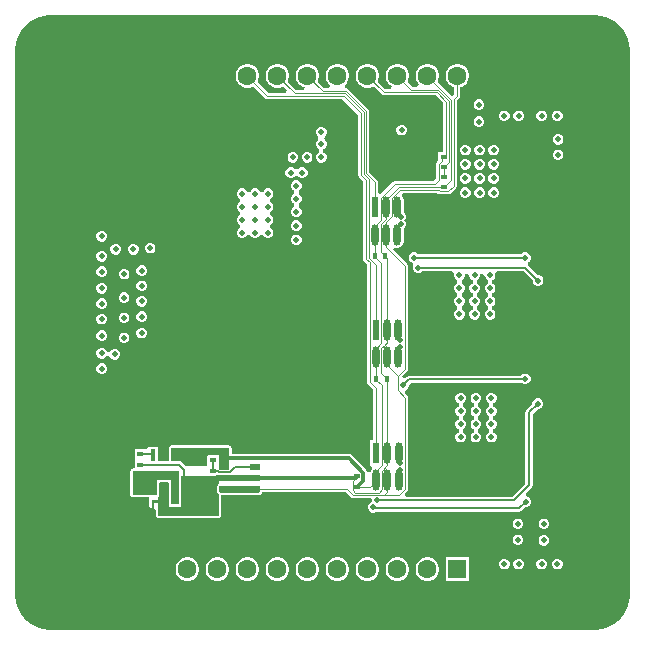
<source format=gbl>
G04*
G04 #@! TF.GenerationSoftware,Altium Limited,Altium Designer,23.8.1 (32)*
G04*
G04 Layer_Physical_Order=4*
G04 Layer_Color=16711680*
%FSLAX44Y44*%
%MOMM*%
G71*
G04*
G04 #@! TF.SameCoordinates,92C49762-E6E1-4201-94AC-3A3CAB1C571E*
G04*
G04*
G04 #@! TF.FilePolarity,Positive*
G04*
G01*
G75*
%ADD10C,0.2000*%
%ADD13C,0.5000*%
%ADD14C,0.2500*%
%ADD25R,0.5000X0.4000*%
%ADD39R,0.4000X0.5000*%
%ADD44C,1.6000*%
%ADD45R,1.6000X1.6000*%
%ADD46C,3.2000*%
%ADD49C,0.1000*%
%ADD50C,0.3000*%
%ADD53C,0.5000*%
%ADD54C,0.3000*%
%ADD59R,0.4500X1.0000*%
%ADD60R,1.3000X1.1000*%
G04:AMPARAMS|DCode=61|XSize=0.55mm|YSize=0.8mm|CornerRadius=0.0495mm|HoleSize=0mm|Usage=FLASHONLY|Rotation=90.000|XOffset=0mm|YOffset=0mm|HoleType=Round|Shape=RoundedRectangle|*
%AMROUNDEDRECTD61*
21,1,0.5500,0.7010,0,0,90.0*
21,1,0.4510,0.8000,0,0,90.0*
1,1,0.0990,0.3505,0.2255*
1,1,0.0990,0.3505,-0.2255*
1,1,0.0990,-0.3505,-0.2255*
1,1,0.0990,-0.3505,0.2255*
%
%ADD61ROUNDEDRECTD61*%
%ADD62R,0.2540X0.2540*%
G04:AMPARAMS|DCode=63|XSize=1.8052mm|YSize=0.6098mm|CornerRadius=0.3049mm|HoleSize=0mm|Usage=FLASHONLY|Rotation=270.000|XOffset=0mm|YOffset=0mm|HoleType=Round|Shape=RoundedRectangle|*
%AMROUNDEDRECTD63*
21,1,1.8052,0.0000,0,0,270.0*
21,1,1.1954,0.6098,0,0,270.0*
1,1,0.6098,0.0000,-0.5977*
1,1,0.6098,0.0000,0.5977*
1,1,0.6098,0.0000,0.5977*
1,1,0.6098,0.0000,-0.5977*
%
%ADD63ROUNDEDRECTD63*%
%ADD64R,0.6098X1.8052*%
%ADD65R,0.2286X0.3048*%
G36*
X516865Y539487D02*
X520664Y538469D01*
X524297Y536964D01*
X527703Y534998D01*
X530823Y532604D01*
X533604Y529823D01*
X535998Y526703D01*
X537964Y523297D01*
X539469Y519664D01*
X540487Y515865D01*
X541000Y511966D01*
Y510000D01*
Y50000D01*
Y48034D01*
X540487Y44135D01*
X539469Y40336D01*
X537964Y36703D01*
X535998Y33297D01*
X533604Y30177D01*
X530823Y27396D01*
X527703Y25002D01*
X524297Y23036D01*
X520664Y21531D01*
X516865Y20513D01*
X512966Y20000D01*
X49034D01*
X45135Y20513D01*
X41336Y21531D01*
X37703Y23036D01*
X34297Y25002D01*
X31177Y27396D01*
X28396Y30177D01*
X26002Y33297D01*
X24036Y36703D01*
X22531Y40336D01*
X21513Y44135D01*
X21000Y48034D01*
Y50000D01*
Y510000D01*
Y511966D01*
X21513Y515865D01*
X22531Y519664D01*
X24036Y523297D01*
X26002Y526703D01*
X28396Y529823D01*
X31177Y532604D01*
X34297Y534998D01*
X37703Y536964D01*
X41336Y538469D01*
X45135Y539487D01*
X49034Y540000D01*
X512966D01*
X516865Y539487D01*
D02*
G37*
%LPC*%
G36*
X345816Y498800D02*
X343184D01*
X340640Y498119D01*
X338360Y496802D01*
X336498Y494940D01*
X335182Y492660D01*
X334500Y490117D01*
Y487483D01*
X335182Y484940D01*
X336498Y482660D01*
X338360Y480798D01*
X339588Y480089D01*
X338908Y477549D01*
X333956D01*
X327740Y483765D01*
X328419Y484940D01*
X329100Y487483D01*
Y490117D01*
X328419Y492660D01*
X327102Y494940D01*
X325240Y496802D01*
X322960Y498119D01*
X320416Y498800D01*
X317784D01*
X315240Y498119D01*
X312960Y496802D01*
X311098Y494940D01*
X309781Y492660D01*
X309100Y490117D01*
Y487483D01*
X309781Y484940D01*
X311098Y482660D01*
X312960Y480798D01*
X315240Y479482D01*
X317784Y478800D01*
X320416D01*
X322960Y479482D01*
X324135Y480160D01*
X331098Y473198D01*
X331925Y472645D01*
X332900Y472451D01*
X376987D01*
X383451Y465987D01*
Y424000D01*
X379000D01*
Y417226D01*
X377698Y415924D01*
X377145Y415097D01*
X376951Y414121D01*
Y401556D01*
X374944Y399549D01*
X342090D01*
X341114Y399355D01*
X340287Y398802D01*
X330589Y389104D01*
X328049Y389922D01*
Y399157D01*
X327855Y400132D01*
X327302Y400959D01*
X320549Y407713D01*
Y459000D01*
X320355Y459976D01*
X319802Y460802D01*
X302802Y477802D01*
X301975Y478355D01*
X301018Y478545D01*
X300945Y478656D01*
X300333Y479842D01*
X300131Y481089D01*
X301702Y482660D01*
X303018Y484940D01*
X303700Y487483D01*
Y490117D01*
X303018Y492660D01*
X301702Y494940D01*
X299840Y496802D01*
X297560Y498119D01*
X295016Y498800D01*
X292383D01*
X289840Y498119D01*
X287560Y496802D01*
X285698Y494940D01*
X284382Y492660D01*
X283700Y490117D01*
Y487483D01*
X284382Y484940D01*
X285698Y482660D01*
X287269Y481089D01*
X287072Y479871D01*
X286375Y478549D01*
X282156D01*
X276940Y483765D01*
X277619Y484940D01*
X278300Y487483D01*
Y490117D01*
X277619Y492660D01*
X276302Y494940D01*
X274440Y496802D01*
X272160Y498119D01*
X269617Y498800D01*
X266984D01*
X264440Y498119D01*
X262160Y496802D01*
X260298Y494940D01*
X258981Y492660D01*
X258300Y490117D01*
Y487483D01*
X258981Y484940D01*
X260298Y482660D01*
X262160Y480798D01*
X264440Y479482D01*
X265905Y479089D01*
X265571Y476549D01*
X258756D01*
X251540Y483765D01*
X252218Y484940D01*
X252900Y487483D01*
Y490117D01*
X252218Y492660D01*
X250902Y494940D01*
X249040Y496802D01*
X246760Y498119D01*
X244216Y498800D01*
X241583D01*
X239040Y498119D01*
X236760Y496802D01*
X234898Y494940D01*
X233582Y492660D01*
X232900Y490117D01*
Y487483D01*
X233582Y484940D01*
X234898Y482660D01*
X236760Y480798D01*
X239040Y479482D01*
X241583Y478800D01*
X244216D01*
X246760Y479482D01*
X247935Y480160D01*
X251200Y476896D01*
X250228Y474549D01*
X235356D01*
X226140Y483765D01*
X226819Y484940D01*
X227500Y487483D01*
Y490117D01*
X226819Y492660D01*
X225502Y494940D01*
X223640Y496802D01*
X221360Y498119D01*
X218817Y498800D01*
X216183D01*
X213640Y498119D01*
X211360Y496802D01*
X209498Y494940D01*
X208181Y492660D01*
X207500Y490117D01*
Y487483D01*
X208181Y484940D01*
X209498Y482660D01*
X211360Y480798D01*
X213640Y479482D01*
X216183Y478800D01*
X218817D01*
X221360Y479482D01*
X222535Y480160D01*
X232498Y470198D01*
X233325Y469645D01*
X234300Y469451D01*
X297944D01*
X311451Y455944D01*
Y405000D01*
X311645Y404025D01*
X312198Y403198D01*
X315451Y399944D01*
Y334000D01*
X315645Y333025D01*
X316198Y332198D01*
X318451Y329944D01*
Y230000D01*
X318645Y229025D01*
X319198Y228198D01*
X323951Y223444D01*
Y180631D01*
X321451D01*
Y158579D01*
X321829D01*
X322542Y156941D01*
X322744Y156039D01*
X321744Y154542D01*
X321551Y153574D01*
X318962D01*
X318797Y154401D01*
X318023Y155559D01*
X305759Y167823D01*
X304601Y168597D01*
X303235Y168869D01*
X204039D01*
Y174000D01*
X203884Y174780D01*
X203442Y175442D01*
X202780Y175884D01*
X202000Y176039D01*
X153000D01*
X152220Y175884D01*
X151558Y175442D01*
X151116Y174780D01*
X150961Y174000D01*
Y162719D01*
X141580D01*
Y175030D01*
X133080D01*
Y173792D01*
X131009Y172659D01*
X122009D01*
Y166200D01*
X122009Y164659D01*
X122009D01*
X122010Y163660D01*
X122010D01*
Y156539D01*
X120500D01*
X119720Y156384D01*
X119058Y155942D01*
X118616Y155280D01*
X118461Y154500D01*
Y134000D01*
X118616Y133220D01*
X119058Y132558D01*
X119720Y132116D01*
X120500Y131961D01*
X134230D01*
Y129299D01*
X134186Y129080D01*
X134230Y128861D01*
Y125810D01*
X134317D01*
Y125016D01*
X134472Y124236D01*
X134914Y123574D01*
X135575Y123132D01*
X136356Y122977D01*
X138642D01*
X139961Y120670D01*
Y116500D01*
X140116Y115720D01*
X140558Y115058D01*
X141220Y114616D01*
X142000Y114461D01*
X193000D01*
X193780Y114616D01*
X194442Y115058D01*
X194884Y115720D01*
X195039Y116500D01*
Y133961D01*
X227500D01*
X228280Y134116D01*
X228942Y134558D01*
X229384Y135220D01*
X229539Y136000D01*
Y136451D01*
X300944D01*
X305198Y132198D01*
X306024Y131645D01*
X307000Y131451D01*
X322294D01*
X323000Y130395D01*
Y128605D01*
X323195Y128135D01*
X323105Y128000D01*
X321451Y127315D01*
X320185Y126049D01*
X319500Y124395D01*
Y122605D01*
X320185Y120951D01*
X321451Y119685D01*
X323105Y119000D01*
X324895D01*
X326549Y119685D01*
X326805Y119941D01*
X447700D01*
X447700Y119941D01*
X448871Y120174D01*
X449863Y120837D01*
X452826Y123800D01*
X453895D01*
X455549Y124485D01*
X456815Y125751D01*
X457500Y127405D01*
Y129195D01*
X456815Y130849D01*
X455549Y132115D01*
X454194Y132676D01*
X453604Y133977D01*
X453266Y135340D01*
X457963Y140037D01*
X457963Y140037D01*
X458626Y141030D01*
X458859Y142200D01*
X458859Y142200D01*
Y202633D01*
X463126Y206900D01*
X464195D01*
X465849Y207585D01*
X467115Y208851D01*
X467800Y210505D01*
Y212295D01*
X467115Y213949D01*
X465849Y215215D01*
X464195Y215900D01*
X462405D01*
X460751Y215215D01*
X459485Y213949D01*
X458800Y212295D01*
Y211226D01*
X453637Y206063D01*
X452974Y205071D01*
X452741Y203900D01*
X452741Y203900D01*
Y143467D01*
X441833Y132559D01*
X351482D01*
X350510Y134905D01*
X352802Y137198D01*
X353355Y138025D01*
X353549Y139000D01*
Y216500D01*
X353355Y217475D01*
X352802Y218302D01*
X350951Y220153D01*
X351669Y223028D01*
X352049Y223185D01*
X353315Y224451D01*
X354000Y226105D01*
Y227174D01*
X355867Y229041D01*
X449695D01*
X450251Y228485D01*
X451905Y227800D01*
X453695D01*
X455349Y228485D01*
X456615Y229751D01*
X457300Y231405D01*
Y233195D01*
X456615Y234849D01*
X455349Y236115D01*
X453695Y236800D01*
X451905D01*
X450251Y236115D01*
X449295Y235159D01*
X354600D01*
X354600Y235159D01*
X353429Y234926D01*
X352437Y234263D01*
X352437Y234263D01*
X351166Y232992D01*
X348258Y233676D01*
X348127Y234068D01*
X348173Y234568D01*
X352802Y239198D01*
X353355Y240025D01*
X353549Y241000D01*
Y328000D01*
X353355Y328975D01*
X352802Y329802D01*
X340639Y341966D01*
X342258Y343939D01*
X342530Y343757D01*
X344500Y343365D01*
X346470Y343757D01*
X348140Y344873D01*
X349256Y346543D01*
X349648Y348513D01*
Y359527D01*
X349787Y359585D01*
X351053Y360851D01*
X351738Y362505D01*
Y364295D01*
X351053Y365949D01*
X350374Y366628D01*
X350958Y367212D01*
X351643Y368866D01*
Y370657D01*
X350958Y372310D01*
X349692Y373576D01*
X349648Y373595D01*
Y383477D01*
X349256Y385447D01*
X348278Y386911D01*
X348516Y387930D01*
X349219Y389451D01*
X378323D01*
X378576Y389198D01*
X379403Y388645D01*
X380379Y388451D01*
X387000D01*
X387975Y388645D01*
X388802Y389198D01*
X393802Y394198D01*
X394355Y395025D01*
X394549Y396000D01*
Y467944D01*
X396802Y470198D01*
X397355Y471025D01*
X397549Y472000D01*
Y479050D01*
X399160Y479482D01*
X401440Y480798D01*
X403302Y482660D01*
X404618Y484940D01*
X405300Y487483D01*
Y490117D01*
X404618Y492660D01*
X403302Y494940D01*
X401440Y496802D01*
X399160Y498119D01*
X396617Y498800D01*
X393983D01*
X391440Y498119D01*
X389160Y496802D01*
X387298Y494940D01*
X385981Y492660D01*
X385300Y490117D01*
Y487483D01*
X385981Y484940D01*
X387298Y482660D01*
X389160Y480798D01*
X391440Y479482D01*
X392451Y479211D01*
Y473446D01*
X390379Y471926D01*
X378540Y483765D01*
X379218Y484940D01*
X379900Y487483D01*
Y490117D01*
X379218Y492660D01*
X377902Y494940D01*
X376040Y496802D01*
X373760Y498119D01*
X371217Y498800D01*
X368583D01*
X366040Y498119D01*
X363760Y496802D01*
X361898Y494940D01*
X360582Y492660D01*
X359900Y490117D01*
Y487483D01*
X360582Y484940D01*
X361898Y482660D01*
X362469Y482089D01*
X361417Y479549D01*
X357356D01*
X353140Y483765D01*
X353819Y484940D01*
X354500Y487483D01*
Y490117D01*
X353819Y492660D01*
X352502Y494940D01*
X350640Y496802D01*
X348360Y498119D01*
X345816Y498800D01*
D02*
G37*
G36*
X414395Y469000D02*
X412605D01*
X410951Y468315D01*
X409685Y467049D01*
X409000Y465395D01*
Y463605D01*
X409685Y461951D01*
X410951Y460685D01*
X412605Y460000D01*
X414395D01*
X416049Y460685D01*
X417315Y461951D01*
X418000Y463605D01*
Y465395D01*
X417315Y467049D01*
X416049Y468315D01*
X414395Y469000D01*
D02*
G37*
G36*
X480895Y459500D02*
X479105D01*
X477451Y458815D01*
X476185Y457549D01*
X475500Y455895D01*
Y454105D01*
X476185Y452451D01*
X477451Y451185D01*
X479105Y450500D01*
X480895D01*
X482549Y451185D01*
X483815Y452451D01*
X484500Y454105D01*
Y455895D01*
X483815Y457549D01*
X482549Y458815D01*
X480895Y459500D01*
D02*
G37*
G36*
X467395D02*
X465605D01*
X463951Y458815D01*
X462685Y457549D01*
X462000Y455895D01*
Y454105D01*
X462685Y452451D01*
X463951Y451185D01*
X465605Y450500D01*
X467395D01*
X469049Y451185D01*
X470315Y452451D01*
X471000Y454105D01*
Y455895D01*
X470315Y457549D01*
X469049Y458815D01*
X467395Y459500D01*
D02*
G37*
G36*
X447895D02*
X446105D01*
X444451Y458815D01*
X443185Y457549D01*
X442500Y455895D01*
Y454105D01*
X443185Y452451D01*
X444451Y451185D01*
X446105Y450500D01*
X447895D01*
X449549Y451185D01*
X450815Y452451D01*
X451500Y454105D01*
Y455895D01*
X450815Y457549D01*
X449549Y458815D01*
X447895Y459500D01*
D02*
G37*
G36*
X435895D02*
X434105D01*
X432451Y458815D01*
X431185Y457549D01*
X430500Y455895D01*
Y454105D01*
X431185Y452451D01*
X432451Y451185D01*
X434105Y450500D01*
X435895D01*
X437549Y451185D01*
X438815Y452451D01*
X439500Y454105D01*
Y455895D01*
X438815Y457549D01*
X437549Y458815D01*
X435895Y459500D01*
D02*
G37*
G36*
X414395Y454500D02*
X412605D01*
X410951Y453815D01*
X409685Y452549D01*
X409000Y450895D01*
Y449105D01*
X409685Y447451D01*
X410951Y446185D01*
X412605Y445500D01*
X414395D01*
X416049Y446185D01*
X417315Y447451D01*
X418000Y449105D01*
Y450895D01*
X417315Y452549D01*
X416049Y453815D01*
X414395Y454500D01*
D02*
G37*
G36*
X348895Y447500D02*
X347105D01*
X345451Y446815D01*
X344185Y445549D01*
X343500Y443895D01*
Y442105D01*
X344185Y440451D01*
X345451Y439185D01*
X347105Y438500D01*
X348895D01*
X350549Y439185D01*
X351815Y440451D01*
X352500Y442105D01*
Y443895D01*
X351815Y445549D01*
X350549Y446815D01*
X348895Y447500D01*
D02*
G37*
G36*
X481395Y439500D02*
X479605D01*
X477951Y438815D01*
X476685Y437549D01*
X476000Y435895D01*
Y434105D01*
X476685Y432451D01*
X477951Y431185D01*
X479605Y430500D01*
X481395D01*
X483049Y431185D01*
X484315Y432451D01*
X485000Y434105D01*
Y435895D01*
X484315Y437549D01*
X483049Y438815D01*
X481395Y439500D01*
D02*
G37*
G36*
X426895Y430500D02*
X425105D01*
X423451Y429815D01*
X422185Y428549D01*
X421500Y426895D01*
Y425105D01*
X422185Y423451D01*
X423451Y422185D01*
X425105Y421500D01*
X426895D01*
X428549Y422185D01*
X429815Y423451D01*
X430500Y425105D01*
Y426895D01*
X429815Y428549D01*
X428549Y429815D01*
X426895Y430500D01*
D02*
G37*
G36*
X414895D02*
X413105D01*
X411451Y429815D01*
X410185Y428549D01*
X409500Y426895D01*
Y425105D01*
X410185Y423451D01*
X411451Y422185D01*
X413105Y421500D01*
X414895D01*
X416549Y422185D01*
X417815Y423451D01*
X418500Y425105D01*
Y426895D01*
X417815Y428549D01*
X416549Y429815D01*
X414895Y430500D01*
D02*
G37*
G36*
X402895D02*
X401105D01*
X399451Y429815D01*
X398185Y428549D01*
X397500Y426895D01*
Y425105D01*
X398185Y423451D01*
X399451Y422185D01*
X401105Y421500D01*
X402895D01*
X404549Y422185D01*
X405815Y423451D01*
X406500Y425105D01*
Y426895D01*
X405815Y428549D01*
X404549Y429815D01*
X402895Y430500D01*
D02*
G37*
G36*
X481395Y426500D02*
X479605D01*
X477951Y425815D01*
X476685Y424549D01*
X476000Y422895D01*
Y421105D01*
X476685Y419451D01*
X477951Y418185D01*
X479605Y417500D01*
X481395D01*
X483049Y418185D01*
X484315Y419451D01*
X485000Y421105D01*
Y422895D01*
X484315Y424549D01*
X483049Y425815D01*
X481395Y426500D01*
D02*
G37*
G36*
X280895Y445500D02*
X279105D01*
X277451Y444815D01*
X276185Y443549D01*
X275500Y441895D01*
Y440105D01*
X276185Y438451D01*
X277183Y437453D01*
X277330Y436000D01*
X277183Y434547D01*
X276185Y433549D01*
X275500Y431895D01*
Y430105D01*
X276185Y428451D01*
X277451Y427185D01*
X278268Y426847D01*
Y424153D01*
X277451Y423815D01*
X276185Y422549D01*
X275500Y420895D01*
Y419105D01*
X276185Y417451D01*
X277451Y416185D01*
X279105Y415500D01*
X280895D01*
X282549Y416185D01*
X283815Y417451D01*
X284500Y419105D01*
Y420895D01*
X283815Y422549D01*
X282549Y423815D01*
X281732Y424153D01*
Y426847D01*
X282549Y427185D01*
X283815Y428451D01*
X284500Y430105D01*
Y431895D01*
X283815Y433549D01*
X282817Y434547D01*
X282670Y436000D01*
X282817Y437453D01*
X283815Y438451D01*
X284500Y440105D01*
Y441895D01*
X283815Y443549D01*
X282549Y444815D01*
X280895Y445500D01*
D02*
G37*
G36*
X268895Y424500D02*
X267105D01*
X265451Y423815D01*
X264185Y422549D01*
X263500Y420895D01*
Y419105D01*
X264185Y417451D01*
X265451Y416185D01*
X267105Y415500D01*
X268895D01*
X270549Y416185D01*
X271815Y417451D01*
X272500Y419105D01*
Y420895D01*
X271815Y422549D01*
X270549Y423815D01*
X268895Y424500D01*
D02*
G37*
G36*
X256895D02*
X255105D01*
X253451Y423815D01*
X252185Y422549D01*
X251500Y420895D01*
Y419105D01*
X252185Y417451D01*
X253451Y416185D01*
X255105Y415500D01*
X256895D01*
X258549Y416185D01*
X259815Y417451D01*
X260500Y419105D01*
Y420895D01*
X259815Y422549D01*
X258549Y423815D01*
X256895Y424500D01*
D02*
G37*
G36*
X264895Y411500D02*
X263105D01*
X261451Y410815D01*
X260453Y409817D01*
X259000Y409669D01*
X257547Y409817D01*
X256549Y410815D01*
X254895Y411500D01*
X253105D01*
X251451Y410815D01*
X250185Y409549D01*
X249500Y407895D01*
Y406105D01*
X250185Y404451D01*
X251451Y403185D01*
X253105Y402500D01*
X254895D01*
X256549Y403185D01*
X257547Y404183D01*
X259000Y404330D01*
X260453Y404183D01*
X261451Y403185D01*
X263105Y402500D01*
X264895D01*
X266549Y403185D01*
X267815Y404451D01*
X268500Y406105D01*
Y407895D01*
X267815Y409549D01*
X266549Y410815D01*
X264895Y411500D01*
D02*
G37*
G36*
X426895Y418500D02*
X425105D01*
X423451Y417815D01*
X422185Y416549D01*
X421500Y414895D01*
Y413105D01*
X422185Y411451D01*
X423451Y410185D01*
X425105Y409500D01*
X426895D01*
X428549Y410185D01*
X429815Y411451D01*
X430500Y413105D01*
Y414895D01*
X429815Y416549D01*
X428549Y417815D01*
X426895Y418500D01*
D02*
G37*
G36*
X414895D02*
X413105D01*
X411451Y417815D01*
X410185Y416549D01*
X409500Y414895D01*
Y413105D01*
X410185Y411451D01*
X411451Y410185D01*
X413105Y409500D01*
X414895D01*
X416549Y410185D01*
X417815Y411451D01*
X418500Y413105D01*
Y414895D01*
X417815Y416549D01*
X416549Y417815D01*
X414895Y418500D01*
D02*
G37*
G36*
X402895D02*
X401105D01*
X399451Y417815D01*
X398185Y416549D01*
X397500Y414895D01*
Y413105D01*
X398185Y411451D01*
X399451Y410185D01*
X401105Y409500D01*
X402895D01*
X404549Y410185D01*
X405815Y411451D01*
X406500Y413105D01*
Y414895D01*
X405815Y416549D01*
X404549Y417815D01*
X402895Y418500D01*
D02*
G37*
G36*
X426895Y406500D02*
X425105D01*
X423451Y405815D01*
X422185Y404549D01*
X421500Y402895D01*
Y401105D01*
X422185Y399451D01*
X423451Y398185D01*
X425105Y397500D01*
X426895D01*
X428549Y398185D01*
X429815Y399451D01*
X430500Y401105D01*
Y402895D01*
X429815Y404549D01*
X428549Y405815D01*
X426895Y406500D01*
D02*
G37*
G36*
X414895D02*
X413105D01*
X411451Y405815D01*
X410185Y404549D01*
X409500Y402895D01*
Y401105D01*
X410185Y399451D01*
X411451Y398185D01*
X413105Y397500D01*
X414895D01*
X416549Y398185D01*
X417815Y399451D01*
X418500Y401105D01*
Y402895D01*
X417815Y404549D01*
X416549Y405815D01*
X414895Y406500D01*
D02*
G37*
G36*
X402895D02*
X401105D01*
X399451Y405815D01*
X398185Y404549D01*
X397500Y402895D01*
Y401105D01*
X398185Y399451D01*
X399451Y398185D01*
X401105Y397500D01*
X402895D01*
X404549Y398185D01*
X405815Y399451D01*
X406500Y401105D01*
Y402895D01*
X405815Y404549D01*
X404549Y405815D01*
X402895Y406500D01*
D02*
G37*
G36*
X235895Y393500D02*
X234105D01*
X232451Y392815D01*
X231185Y391549D01*
X230847Y390732D01*
X228153D01*
X227815Y391549D01*
X226549Y392815D01*
X224895Y393500D01*
X223105D01*
X221451Y392815D01*
X220185Y391549D01*
X219847Y390732D01*
X217153D01*
X216815Y391549D01*
X215549Y392815D01*
X213895Y393500D01*
X212105D01*
X210451Y392815D01*
X209185Y391549D01*
X208500Y389895D01*
Y388105D01*
X209185Y386451D01*
X210451Y385185D01*
X211268Y384847D01*
Y382153D01*
X210451Y381815D01*
X209185Y380549D01*
X208500Y378895D01*
Y377105D01*
X209185Y375451D01*
X210451Y374185D01*
X211268Y373847D01*
Y371153D01*
X210451Y370815D01*
X209185Y369549D01*
X208500Y367895D01*
Y366105D01*
X209185Y364451D01*
X210451Y363185D01*
X211268Y362847D01*
Y360153D01*
X210451Y359815D01*
X209185Y358549D01*
X208500Y356895D01*
Y355105D01*
X209185Y353451D01*
X210451Y352185D01*
X212105Y351500D01*
X213895D01*
X215549Y352185D01*
X216815Y353451D01*
X217153Y354268D01*
X219847D01*
X220185Y353451D01*
X221451Y352185D01*
X223105Y351500D01*
X224895D01*
X226549Y352185D01*
X227815Y353451D01*
X228153Y354268D01*
X230847D01*
X231185Y353451D01*
X232451Y352185D01*
X234105Y351500D01*
X235895D01*
X237549Y352185D01*
X238815Y353451D01*
X239500Y355105D01*
Y356895D01*
X238815Y358549D01*
X237549Y359815D01*
X236732Y360153D01*
Y362847D01*
X237549Y363185D01*
X238815Y364451D01*
X239500Y366105D01*
Y367895D01*
X238815Y369549D01*
X237549Y370815D01*
X236732Y371153D01*
Y373847D01*
X237549Y374185D01*
X238815Y375451D01*
X239500Y377105D01*
Y378895D01*
X238815Y380549D01*
X237549Y381815D01*
X236732Y382153D01*
Y384847D01*
X237549Y385185D01*
X238815Y386451D01*
X239500Y388105D01*
Y389895D01*
X238815Y391549D01*
X237549Y392815D01*
X235895Y393500D01*
D02*
G37*
G36*
X426895Y394500D02*
X425105D01*
X423451Y393815D01*
X422185Y392549D01*
X421500Y390895D01*
Y389105D01*
X422185Y387451D01*
X423451Y386185D01*
X425105Y385500D01*
X426895D01*
X428549Y386185D01*
X429815Y387451D01*
X430500Y389105D01*
Y390895D01*
X429815Y392549D01*
X428549Y393815D01*
X426895Y394500D01*
D02*
G37*
G36*
X414895D02*
X413105D01*
X411451Y393815D01*
X410185Y392549D01*
X409500Y390895D01*
Y389105D01*
X410185Y387451D01*
X411451Y386185D01*
X413105Y385500D01*
X414895D01*
X416549Y386185D01*
X417815Y387451D01*
X418500Y389105D01*
Y390895D01*
X417815Y392549D01*
X416549Y393815D01*
X414895Y394500D01*
D02*
G37*
G36*
X402895D02*
X401105D01*
X399451Y393815D01*
X398185Y392549D01*
X397500Y390895D01*
Y389105D01*
X398185Y387451D01*
X399451Y386185D01*
X401105Y385500D01*
X402895D01*
X404549Y386185D01*
X405815Y387451D01*
X406500Y389105D01*
Y390895D01*
X405815Y392549D01*
X404549Y393815D01*
X402895Y394500D01*
D02*
G37*
G36*
X259895Y400500D02*
X258105D01*
X256451Y399815D01*
X255185Y398549D01*
X254500Y396895D01*
Y395105D01*
X255185Y393451D01*
X256451Y392185D01*
X257268Y391847D01*
Y389153D01*
X256451Y388815D01*
X255185Y387549D01*
X254500Y385895D01*
Y384105D01*
X255185Y382451D01*
X256451Y381185D01*
X257268Y380847D01*
Y378153D01*
X256451Y377815D01*
X255185Y376549D01*
X254500Y374895D01*
Y373105D01*
X255185Y371451D01*
X256451Y370185D01*
X258105Y369500D01*
X259895D01*
X261549Y370185D01*
X262815Y371451D01*
X263500Y373105D01*
Y374895D01*
X262815Y376549D01*
X261549Y377815D01*
X260732Y378153D01*
Y380847D01*
X261549Y381185D01*
X262815Y382451D01*
X263500Y384105D01*
Y385895D01*
X262815Y387549D01*
X261549Y388815D01*
X260732Y389153D01*
Y391847D01*
X261549Y392185D01*
X262815Y393451D01*
X263500Y395105D01*
Y396895D01*
X262815Y398549D01*
X261549Y399815D01*
X259895Y400500D01*
D02*
G37*
G36*
Y366500D02*
X258105D01*
X256451Y365815D01*
X255185Y364549D01*
X254500Y362895D01*
Y361105D01*
X255185Y359451D01*
X256451Y358185D01*
X258105Y357500D01*
X259895D01*
X261549Y358185D01*
X262815Y359451D01*
X263500Y361105D01*
Y362895D01*
X262815Y364549D01*
X261549Y365815D01*
X259895Y366500D01*
D02*
G37*
G36*
X94895Y357500D02*
X93105D01*
X91451Y356815D01*
X90185Y355549D01*
X89500Y353895D01*
Y352105D01*
X90185Y350451D01*
X91451Y349185D01*
X93105Y348500D01*
X94895D01*
X96549Y349185D01*
X97815Y350451D01*
X98500Y352105D01*
Y353895D01*
X97815Y355549D01*
X96549Y356815D01*
X94895Y357500D01*
D02*
G37*
G36*
X259895Y354500D02*
X258105D01*
X256451Y353815D01*
X255185Y352549D01*
X254500Y350895D01*
Y349105D01*
X255185Y347451D01*
X256451Y346185D01*
X258105Y345500D01*
X259895D01*
X261549Y346185D01*
X262815Y347451D01*
X263500Y349105D01*
Y350895D01*
X262815Y352549D01*
X261549Y353815D01*
X259895Y354500D01*
D02*
G37*
G36*
X135895Y347500D02*
X134105D01*
X132451Y346815D01*
X131185Y345549D01*
X130500Y343895D01*
Y342105D01*
X131185Y340451D01*
X132451Y339185D01*
X134105Y338500D01*
X135895D01*
X137549Y339185D01*
X138815Y340451D01*
X139500Y342105D01*
Y343895D01*
X138815Y345549D01*
X137549Y346815D01*
X135895Y347500D01*
D02*
G37*
G36*
X453795Y339500D02*
X452005D01*
X450351Y338815D01*
X449595Y338059D01*
X361805D01*
X361049Y338815D01*
X359395Y339500D01*
X357605D01*
X355951Y338815D01*
X354685Y337549D01*
X354000Y335895D01*
Y334105D01*
X354685Y332451D01*
X355951Y331185D01*
X356666Y330889D01*
X357696Y329904D01*
X357993Y327960D01*
X357800Y327495D01*
Y325705D01*
X358485Y324051D01*
X359751Y322785D01*
X361405Y322100D01*
X363195D01*
X364849Y322785D01*
X365605Y323541D01*
X390859D01*
X392544Y321001D01*
X392500Y320895D01*
Y319105D01*
X393185Y317451D01*
X394451Y316185D01*
X395268Y315847D01*
Y313153D01*
X394451Y312815D01*
X393185Y311549D01*
X392500Y309895D01*
Y308105D01*
X393185Y306451D01*
X394451Y305185D01*
X395268Y304847D01*
Y302153D01*
X394451Y301815D01*
X393185Y300549D01*
X392500Y298895D01*
Y297105D01*
X393185Y295451D01*
X394451Y294185D01*
X395268Y293847D01*
Y291153D01*
X394451Y290815D01*
X393185Y289549D01*
X392500Y287895D01*
Y286105D01*
X393185Y284451D01*
X394451Y283185D01*
X396105Y282500D01*
X397895D01*
X399549Y283185D01*
X400815Y284451D01*
X401500Y286105D01*
Y287895D01*
X400815Y289549D01*
X399549Y290815D01*
X398732Y291153D01*
Y293847D01*
X399549Y294185D01*
X400815Y295451D01*
X401500Y297105D01*
Y298895D01*
X400815Y300549D01*
X399549Y301815D01*
X398732Y302153D01*
Y304847D01*
X399549Y305185D01*
X400815Y306451D01*
X401500Y308105D01*
Y309895D01*
X400815Y311549D01*
X399549Y312815D01*
X398732Y313153D01*
Y315847D01*
X399549Y316185D01*
X400815Y317451D01*
X401500Y319105D01*
Y320895D01*
X403463Y321639D01*
X405500Y319442D01*
Y319105D01*
X406185Y317451D01*
X407451Y316185D01*
X408268Y315847D01*
Y313153D01*
X407451Y312815D01*
X406185Y311549D01*
X405500Y309895D01*
Y308105D01*
X406185Y306451D01*
X407451Y305185D01*
X408268Y304847D01*
Y302153D01*
X407451Y301815D01*
X406185Y300549D01*
X405500Y298895D01*
Y297105D01*
X406185Y295451D01*
X407451Y294185D01*
X408268Y293847D01*
Y291153D01*
X407451Y290815D01*
X406185Y289549D01*
X405500Y287895D01*
Y286105D01*
X406185Y284451D01*
X407451Y283185D01*
X409105Y282500D01*
X410895D01*
X412549Y283185D01*
X413815Y284451D01*
X414500Y286105D01*
Y287895D01*
X413815Y289549D01*
X412549Y290815D01*
X411732Y291153D01*
Y293847D01*
X412549Y294185D01*
X413815Y295451D01*
X414500Y297105D01*
Y298895D01*
X413815Y300549D01*
X412549Y301815D01*
X411732Y302153D01*
Y304847D01*
X412549Y305185D01*
X413815Y306451D01*
X414500Y308105D01*
Y309895D01*
X413815Y311549D01*
X412549Y312815D01*
X411732Y313153D01*
Y315847D01*
X412549Y316185D01*
X413815Y317451D01*
X414500Y319105D01*
Y320895D01*
X416463Y321639D01*
X418500Y319442D01*
Y319105D01*
X419185Y317451D01*
X420451Y316185D01*
X421268Y315847D01*
Y313153D01*
X420451Y312815D01*
X419185Y311549D01*
X418500Y309895D01*
Y308105D01*
X419185Y306451D01*
X420451Y305185D01*
X421268Y304847D01*
Y302153D01*
X420451Y301815D01*
X419185Y300549D01*
X418500Y298895D01*
Y297105D01*
X419185Y295451D01*
X420451Y294185D01*
X421268Y293847D01*
Y291153D01*
X420451Y290815D01*
X419185Y289549D01*
X418500Y287895D01*
Y286105D01*
X419185Y284451D01*
X420451Y283185D01*
X422105Y282500D01*
X423895D01*
X425549Y283185D01*
X426815Y284451D01*
X427500Y286105D01*
Y287895D01*
X426815Y289549D01*
X425549Y290815D01*
X424732Y291153D01*
Y293847D01*
X425549Y294185D01*
X426815Y295451D01*
X427500Y297105D01*
Y298895D01*
X426815Y300549D01*
X425549Y301815D01*
X424732Y302153D01*
Y304847D01*
X425549Y305185D01*
X426815Y306451D01*
X427500Y308105D01*
Y309895D01*
X426815Y311549D01*
X425549Y312815D01*
X424732Y313153D01*
Y315847D01*
X425549Y316185D01*
X426815Y317451D01*
X427500Y319105D01*
Y320895D01*
X427456Y321001D01*
X429141Y323541D01*
X451233D01*
X459000Y315774D01*
Y314705D01*
X459685Y313051D01*
X460951Y311785D01*
X462605Y311100D01*
X464395D01*
X466049Y311785D01*
X467315Y313051D01*
X468000Y314705D01*
Y316495D01*
X467315Y318149D01*
X466049Y319415D01*
X464395Y320100D01*
X463326D01*
X455124Y328301D01*
X455179Y330353D01*
X455444Y331168D01*
X455513Y331249D01*
X456715Y332451D01*
X457400Y334105D01*
Y335895D01*
X456715Y337549D01*
X455449Y338815D01*
X453795Y339500D01*
D02*
G37*
G36*
X121895Y346500D02*
X120105D01*
X118451Y345815D01*
X117185Y344549D01*
X116500Y342895D01*
Y341105D01*
X117185Y339451D01*
X118451Y338185D01*
X120105Y337500D01*
X121895D01*
X123549Y338185D01*
X124815Y339451D01*
X125500Y341105D01*
Y342895D01*
X124815Y344549D01*
X123549Y345815D01*
X121895Y346500D01*
D02*
G37*
G36*
X106895D02*
X105105D01*
X103451Y345815D01*
X102185Y344549D01*
X101500Y342895D01*
Y341105D01*
X102185Y339451D01*
X103451Y338185D01*
X105105Y337500D01*
X106895D01*
X108549Y338185D01*
X109815Y339451D01*
X110500Y341105D01*
Y342895D01*
X109815Y344549D01*
X108549Y345815D01*
X106895Y346500D01*
D02*
G37*
G36*
X94895Y340500D02*
X93105D01*
X91451Y339815D01*
X90185Y338549D01*
X89500Y336895D01*
Y335105D01*
X90185Y333451D01*
X91451Y332185D01*
X93105Y331500D01*
X94895D01*
X96549Y332185D01*
X97815Y333451D01*
X98500Y335105D01*
Y336895D01*
X97815Y338549D01*
X96549Y339815D01*
X94895Y340500D01*
D02*
G37*
G36*
X128895Y328500D02*
X127105D01*
X125451Y327815D01*
X124185Y326549D01*
X123500Y324895D01*
Y323105D01*
X124185Y321451D01*
X125451Y320185D01*
X127105Y319500D01*
X128895D01*
X130549Y320185D01*
X131815Y321451D01*
X132500Y323105D01*
Y324895D01*
X131815Y326549D01*
X130549Y327815D01*
X128895Y328500D01*
D02*
G37*
G36*
X94895Y327500D02*
X93105D01*
X91451Y326815D01*
X90185Y325549D01*
X89500Y323895D01*
Y322105D01*
X90185Y320451D01*
X91451Y319185D01*
X93105Y318500D01*
X94895D01*
X96549Y319185D01*
X97815Y320451D01*
X98500Y322105D01*
Y323895D01*
X97815Y325549D01*
X96549Y326815D01*
X94895Y327500D01*
D02*
G37*
G36*
X113895Y325500D02*
X112105D01*
X110451Y324815D01*
X109185Y323549D01*
X108500Y321895D01*
Y320105D01*
X109185Y318451D01*
X110451Y317185D01*
X112105Y316500D01*
X113895D01*
X115549Y317185D01*
X116815Y318451D01*
X117500Y320105D01*
Y321895D01*
X116815Y323549D01*
X115549Y324815D01*
X113895Y325500D01*
D02*
G37*
G36*
X128895Y315500D02*
X127105D01*
X125451Y314815D01*
X124185Y313549D01*
X123500Y311895D01*
Y310105D01*
X124185Y308451D01*
X125451Y307185D01*
X127105Y306500D01*
X128895D01*
X130549Y307185D01*
X131815Y308451D01*
X132500Y310105D01*
Y311895D01*
X131815Y313549D01*
X130549Y314815D01*
X128895Y315500D01*
D02*
G37*
G36*
X94895Y313500D02*
X93105D01*
X91451Y312815D01*
X90185Y311549D01*
X89500Y309895D01*
Y308105D01*
X90185Y306451D01*
X91451Y305185D01*
X93105Y304500D01*
X94895D01*
X96549Y305185D01*
X97815Y306451D01*
X98500Y308105D01*
Y309895D01*
X97815Y311549D01*
X96549Y312815D01*
X94895Y313500D01*
D02*
G37*
G36*
X113895Y305500D02*
X112105D01*
X110451Y304815D01*
X109185Y303549D01*
X108500Y301895D01*
Y300105D01*
X109185Y298451D01*
X110451Y297185D01*
X112105Y296500D01*
X113895D01*
X115549Y297185D01*
X116815Y298451D01*
X117500Y300105D01*
Y301895D01*
X116815Y303549D01*
X115549Y304815D01*
X113895Y305500D01*
D02*
G37*
G36*
X128895Y302500D02*
X127105D01*
X125451Y301815D01*
X124185Y300549D01*
X123500Y298895D01*
Y297105D01*
X124185Y295451D01*
X125451Y294185D01*
X127105Y293500D01*
X128895D01*
X130549Y294185D01*
X131815Y295451D01*
X132500Y297105D01*
Y298895D01*
X131815Y300549D01*
X130549Y301815D01*
X128895Y302500D01*
D02*
G37*
G36*
X94895Y300500D02*
X93105D01*
X91451Y299815D01*
X90185Y298549D01*
X89500Y296895D01*
Y295105D01*
X90185Y293451D01*
X91451Y292185D01*
X93105Y291500D01*
X94895D01*
X96549Y292185D01*
X97815Y293451D01*
X98500Y295105D01*
Y296895D01*
X97815Y298549D01*
X96549Y299815D01*
X94895Y300500D01*
D02*
G37*
G36*
X128895Y289500D02*
X127105D01*
X125451Y288815D01*
X124185Y287549D01*
X123500Y285895D01*
Y284105D01*
X124185Y282451D01*
X125451Y281185D01*
X127105Y280500D01*
X128895D01*
X130549Y281185D01*
X131815Y282451D01*
X132500Y284105D01*
Y285895D01*
X131815Y287549D01*
X130549Y288815D01*
X128895Y289500D01*
D02*
G37*
G36*
X113895Y288500D02*
X112105D01*
X110451Y287815D01*
X109185Y286549D01*
X108500Y284895D01*
Y283105D01*
X109185Y281451D01*
X110451Y280185D01*
X112105Y279500D01*
X113895D01*
X115549Y280185D01*
X116815Y281451D01*
X117500Y283105D01*
Y284895D01*
X116815Y286549D01*
X115549Y287815D01*
X113895Y288500D01*
D02*
G37*
G36*
X94895Y287500D02*
X93105D01*
X91451Y286815D01*
X90185Y285549D01*
X89500Y283895D01*
Y282105D01*
X90185Y280451D01*
X91451Y279185D01*
X93105Y278500D01*
X94895D01*
X96549Y279185D01*
X97815Y280451D01*
X98500Y282105D01*
Y283895D01*
X97815Y285549D01*
X96549Y286815D01*
X94895Y287500D01*
D02*
G37*
G36*
X128895Y275500D02*
X127105D01*
X125451Y274815D01*
X124185Y273549D01*
X123500Y271895D01*
Y270105D01*
X124185Y268451D01*
X125451Y267185D01*
X127105Y266500D01*
X128895D01*
X130549Y267185D01*
X131815Y268451D01*
X132500Y270105D01*
Y271895D01*
X131815Y273549D01*
X130549Y274815D01*
X128895Y275500D01*
D02*
G37*
G36*
X94895Y273500D02*
X93105D01*
X91451Y272815D01*
X90185Y271549D01*
X89500Y269895D01*
Y268105D01*
X90185Y266451D01*
X91451Y265185D01*
X93105Y264500D01*
X94895D01*
X96549Y265185D01*
X97815Y266451D01*
X98500Y268105D01*
Y269895D01*
X97815Y271549D01*
X96549Y272815D01*
X94895Y273500D01*
D02*
G37*
G36*
X113895Y271500D02*
X112105D01*
X110451Y270815D01*
X109185Y269549D01*
X108500Y267895D01*
Y266105D01*
X109185Y264451D01*
X110451Y263185D01*
X112105Y262500D01*
X113895D01*
X115549Y263185D01*
X116815Y264451D01*
X117500Y266105D01*
Y267895D01*
X116815Y269549D01*
X115549Y270815D01*
X113895Y271500D01*
D02*
G37*
G36*
X94895Y258500D02*
X93105D01*
X91451Y257815D01*
X90185Y256549D01*
X89500Y254895D01*
Y253105D01*
X90185Y251451D01*
X91451Y250185D01*
X93105Y249500D01*
X94895D01*
X96549Y250185D01*
X97815Y251451D01*
X98023Y251953D01*
X99223Y252027D01*
X100667Y251700D01*
X101185Y250451D01*
X102451Y249185D01*
X104105Y248500D01*
X105895D01*
X107549Y249185D01*
X108815Y250451D01*
X109500Y252105D01*
Y253895D01*
X108815Y255549D01*
X107549Y256815D01*
X105895Y257500D01*
X104105D01*
X102451Y256815D01*
X101185Y255549D01*
X100977Y255047D01*
X99777Y254973D01*
X98332Y255299D01*
X97815Y256549D01*
X96549Y257815D01*
X94895Y258500D01*
D02*
G37*
G36*
Y245500D02*
X93105D01*
X91451Y244815D01*
X90185Y243549D01*
X89500Y241895D01*
Y240105D01*
X90185Y238451D01*
X91451Y237185D01*
X93105Y236500D01*
X94895D01*
X96549Y237185D01*
X97815Y238451D01*
X98500Y240105D01*
Y241895D01*
X97815Y243549D01*
X96549Y244815D01*
X94895Y245500D01*
D02*
G37*
G36*
X424895Y220500D02*
X423105D01*
X421451Y219815D01*
X420185Y218549D01*
X419500Y216895D01*
Y215105D01*
X420185Y213451D01*
X421451Y212185D01*
X422268Y211847D01*
Y209153D01*
X421451Y208815D01*
X420185Y207549D01*
X419500Y205895D01*
Y204105D01*
X420185Y202451D01*
X421451Y201185D01*
X422268Y200847D01*
Y198153D01*
X421451Y197815D01*
X420185Y196549D01*
X419500Y194895D01*
Y193105D01*
X420185Y191451D01*
X421451Y190185D01*
X422268Y189847D01*
Y187153D01*
X421451Y186815D01*
X420185Y185549D01*
X419500Y183895D01*
Y182105D01*
X420185Y180451D01*
X421451Y179185D01*
X423105Y178500D01*
X424895D01*
X426549Y179185D01*
X427815Y180451D01*
X428500Y182105D01*
Y183895D01*
X427815Y185549D01*
X426549Y186815D01*
X425732Y187153D01*
Y189847D01*
X426549Y190185D01*
X427815Y191451D01*
X428500Y193105D01*
Y194895D01*
X427815Y196549D01*
X426549Y197815D01*
X425732Y198153D01*
Y200847D01*
X426549Y201185D01*
X427815Y202451D01*
X428500Y204105D01*
Y205895D01*
X427815Y207549D01*
X426549Y208815D01*
X425732Y209153D01*
Y211847D01*
X426549Y212185D01*
X427815Y213451D01*
X428500Y215105D01*
Y216895D01*
X427815Y218549D01*
X426549Y219815D01*
X424895Y220500D01*
D02*
G37*
G36*
X411895D02*
X410105D01*
X408451Y219815D01*
X407185Y218549D01*
X406500Y216895D01*
Y215105D01*
X407185Y213451D01*
X408451Y212185D01*
X409268Y211847D01*
Y209153D01*
X408451Y208815D01*
X407185Y207549D01*
X406500Y205895D01*
Y204105D01*
X407185Y202451D01*
X408451Y201185D01*
X409268Y200847D01*
Y198153D01*
X408451Y197815D01*
X407185Y196549D01*
X406500Y194895D01*
Y193105D01*
X407185Y191451D01*
X408451Y190185D01*
X409268Y189847D01*
Y187153D01*
X408451Y186815D01*
X407185Y185549D01*
X406500Y183895D01*
Y182105D01*
X407185Y180451D01*
X408451Y179185D01*
X410105Y178500D01*
X411895D01*
X413549Y179185D01*
X414815Y180451D01*
X415500Y182105D01*
Y183895D01*
X414815Y185549D01*
X413549Y186815D01*
X412732Y187153D01*
Y189847D01*
X413549Y190185D01*
X414815Y191451D01*
X415500Y193105D01*
Y194895D01*
X414815Y196549D01*
X413549Y197815D01*
X412732Y198153D01*
Y200847D01*
X413549Y201185D01*
X414815Y202451D01*
X415500Y204105D01*
Y205895D01*
X414815Y207549D01*
X413549Y208815D01*
X412732Y209153D01*
Y211847D01*
X413549Y212185D01*
X414815Y213451D01*
X415500Y215105D01*
Y216895D01*
X414815Y218549D01*
X413549Y219815D01*
X411895Y220500D01*
D02*
G37*
G36*
X398895D02*
X397105D01*
X395451Y219815D01*
X394185Y218549D01*
X393500Y216895D01*
Y215105D01*
X394185Y213451D01*
X395451Y212185D01*
X396268Y211847D01*
Y209153D01*
X395451Y208815D01*
X394185Y207549D01*
X393500Y205895D01*
Y204105D01*
X394185Y202451D01*
X395451Y201185D01*
X396268Y200847D01*
Y198153D01*
X395451Y197815D01*
X394185Y196549D01*
X393500Y194895D01*
Y193105D01*
X394185Y191451D01*
X395451Y190185D01*
X396268Y189847D01*
Y187153D01*
X395451Y186815D01*
X394185Y185549D01*
X393500Y183895D01*
Y182105D01*
X394185Y180451D01*
X395451Y179185D01*
X397105Y178500D01*
X398895D01*
X400549Y179185D01*
X401815Y180451D01*
X402500Y182105D01*
Y183895D01*
X401815Y185549D01*
X400549Y186815D01*
X399732Y187153D01*
Y189847D01*
X400549Y190185D01*
X401815Y191451D01*
X402500Y193105D01*
Y194895D01*
X401815Y196549D01*
X400549Y197815D01*
X399732Y198153D01*
Y200847D01*
X400549Y201185D01*
X401815Y202451D01*
X402500Y204105D01*
Y205895D01*
X401815Y207549D01*
X400549Y208815D01*
X399732Y209153D01*
Y211847D01*
X400549Y212185D01*
X401815Y213451D01*
X402500Y215105D01*
Y216895D01*
X401815Y218549D01*
X400549Y219815D01*
X398895Y220500D01*
D02*
G37*
G36*
X469395Y114000D02*
X467605D01*
X465951Y113315D01*
X464685Y112049D01*
X464000Y110395D01*
Y108605D01*
X464685Y106951D01*
X465951Y105685D01*
X467605Y105000D01*
X469395D01*
X471049Y105685D01*
X472315Y106951D01*
X473000Y108605D01*
Y110395D01*
X472315Y112049D01*
X471049Y113315D01*
X469395Y114000D01*
D02*
G37*
G36*
X447395D02*
X445605D01*
X443951Y113315D01*
X442685Y112049D01*
X442000Y110395D01*
Y108605D01*
X442685Y106951D01*
X443951Y105685D01*
X445605Y105000D01*
X447395D01*
X449049Y105685D01*
X450315Y106951D01*
X451000Y108605D01*
Y110395D01*
X450315Y112049D01*
X449049Y113315D01*
X447395Y114000D01*
D02*
G37*
G36*
Y100500D02*
X445605D01*
X443951Y99815D01*
X442685Y98549D01*
X442000Y96895D01*
Y95105D01*
X442685Y93451D01*
X443951Y92185D01*
X445605Y91500D01*
X447395D01*
X449049Y92185D01*
X450315Y93451D01*
X451000Y95105D01*
Y96895D01*
X450315Y98549D01*
X449049Y99815D01*
X447395Y100500D01*
D02*
G37*
G36*
X469395Y100000D02*
X467605D01*
X465951Y99315D01*
X464685Y98049D01*
X464000Y96395D01*
Y94605D01*
X464685Y92951D01*
X465951Y91685D01*
X467605Y91000D01*
X469395D01*
X471049Y91685D01*
X472315Y92951D01*
X473000Y94605D01*
Y96395D01*
X472315Y98049D01*
X471049Y99315D01*
X469395Y100000D01*
D02*
G37*
G36*
X480895Y80000D02*
X479105D01*
X477451Y79315D01*
X476185Y78049D01*
X475500Y76395D01*
Y74605D01*
X476185Y72951D01*
X477451Y71685D01*
X479105Y71000D01*
X480895D01*
X482549Y71685D01*
X483815Y72951D01*
X484500Y74605D01*
Y76395D01*
X483815Y78049D01*
X482549Y79315D01*
X480895Y80000D01*
D02*
G37*
G36*
X467395D02*
X465605D01*
X463951Y79315D01*
X462685Y78049D01*
X462000Y76395D01*
Y74605D01*
X462685Y72951D01*
X463951Y71685D01*
X465605Y71000D01*
X467395D01*
X469049Y71685D01*
X470315Y72951D01*
X471000Y74605D01*
Y76395D01*
X470315Y78049D01*
X469049Y79315D01*
X467395Y80000D01*
D02*
G37*
G36*
X447895D02*
X446105D01*
X444451Y79315D01*
X443185Y78049D01*
X442500Y76395D01*
Y74605D01*
X443185Y72951D01*
X444451Y71685D01*
X446105Y71000D01*
X447895D01*
X449549Y71685D01*
X450815Y72951D01*
X451500Y74605D01*
Y76395D01*
X450815Y78049D01*
X449549Y79315D01*
X447895Y80000D01*
D02*
G37*
G36*
X435895D02*
X434105D01*
X432451Y79315D01*
X431185Y78049D01*
X430500Y76395D01*
Y74605D01*
X431185Y72951D01*
X432451Y71685D01*
X434105Y71000D01*
X435895D01*
X437549Y71685D01*
X438815Y72951D01*
X439500Y74605D01*
Y76395D01*
X438815Y78049D01*
X437549Y79315D01*
X435895Y80000D01*
D02*
G37*
G36*
X405300Y81200D02*
X385300D01*
Y61200D01*
X405300D01*
Y81200D01*
D02*
G37*
G36*
X371217D02*
X368583D01*
X366040Y80519D01*
X363760Y79202D01*
X361898Y77340D01*
X360582Y75060D01*
X359900Y72516D01*
Y69883D01*
X360582Y67340D01*
X361898Y65060D01*
X363760Y63198D01*
X366040Y61881D01*
X368583Y61200D01*
X371217D01*
X373760Y61881D01*
X376040Y63198D01*
X377902Y65060D01*
X379218Y67340D01*
X379900Y69883D01*
Y72516D01*
X379218Y75060D01*
X377902Y77340D01*
X376040Y79202D01*
X373760Y80519D01*
X371217Y81200D01*
D02*
G37*
G36*
X345816D02*
X343184D01*
X340640Y80519D01*
X338360Y79202D01*
X336498Y77340D01*
X335182Y75060D01*
X334500Y72516D01*
Y69883D01*
X335182Y67340D01*
X336498Y65060D01*
X338360Y63198D01*
X340640Y61881D01*
X343184Y61200D01*
X345816D01*
X348360Y61881D01*
X350640Y63198D01*
X352502Y65060D01*
X353819Y67340D01*
X354500Y69883D01*
Y72516D01*
X353819Y75060D01*
X352502Y77340D01*
X350640Y79202D01*
X348360Y80519D01*
X345816Y81200D01*
D02*
G37*
G36*
X320416D02*
X317784D01*
X315240Y80519D01*
X312960Y79202D01*
X311098Y77340D01*
X309781Y75060D01*
X309100Y72516D01*
Y69883D01*
X309781Y67340D01*
X311098Y65060D01*
X312960Y63198D01*
X315240Y61881D01*
X317784Y61200D01*
X320416D01*
X322960Y61881D01*
X325240Y63198D01*
X327102Y65060D01*
X328419Y67340D01*
X329100Y69883D01*
Y72516D01*
X328419Y75060D01*
X327102Y77340D01*
X325240Y79202D01*
X322960Y80519D01*
X320416Y81200D01*
D02*
G37*
G36*
X295016D02*
X292383D01*
X289840Y80519D01*
X287560Y79202D01*
X285698Y77340D01*
X284382Y75060D01*
X283700Y72516D01*
Y69883D01*
X284382Y67340D01*
X285698Y65060D01*
X287560Y63198D01*
X289840Y61881D01*
X292383Y61200D01*
X295016D01*
X297560Y61881D01*
X299840Y63198D01*
X301702Y65060D01*
X303018Y67340D01*
X303700Y69883D01*
Y72516D01*
X303018Y75060D01*
X301702Y77340D01*
X299840Y79202D01*
X297560Y80519D01*
X295016Y81200D01*
D02*
G37*
G36*
X269617D02*
X266984D01*
X264440Y80519D01*
X262160Y79202D01*
X260298Y77340D01*
X258981Y75060D01*
X258300Y72516D01*
Y69883D01*
X258981Y67340D01*
X260298Y65060D01*
X262160Y63198D01*
X264440Y61881D01*
X266984Y61200D01*
X269617D01*
X272160Y61881D01*
X274440Y63198D01*
X276302Y65060D01*
X277619Y67340D01*
X278300Y69883D01*
Y72516D01*
X277619Y75060D01*
X276302Y77340D01*
X274440Y79202D01*
X272160Y80519D01*
X269617Y81200D01*
D02*
G37*
G36*
X244216D02*
X241583D01*
X239040Y80519D01*
X236760Y79202D01*
X234898Y77340D01*
X233582Y75060D01*
X232900Y72516D01*
Y69883D01*
X233582Y67340D01*
X234898Y65060D01*
X236760Y63198D01*
X239040Y61881D01*
X241583Y61200D01*
X244216D01*
X246760Y61881D01*
X249040Y63198D01*
X250902Y65060D01*
X252218Y67340D01*
X252900Y69883D01*
Y72516D01*
X252218Y75060D01*
X250902Y77340D01*
X249040Y79202D01*
X246760Y80519D01*
X244216Y81200D01*
D02*
G37*
G36*
X218817D02*
X216183D01*
X213640Y80519D01*
X211360Y79202D01*
X209498Y77340D01*
X208181Y75060D01*
X207500Y72516D01*
Y69883D01*
X208181Y67340D01*
X209498Y65060D01*
X211360Y63198D01*
X213640Y61881D01*
X216183Y61200D01*
X218817D01*
X221360Y61881D01*
X223640Y63198D01*
X225502Y65060D01*
X226819Y67340D01*
X227500Y69883D01*
Y72516D01*
X226819Y75060D01*
X225502Y77340D01*
X223640Y79202D01*
X221360Y80519D01*
X218817Y81200D01*
D02*
G37*
G36*
X193417D02*
X190784D01*
X188240Y80519D01*
X185960Y79202D01*
X184098Y77340D01*
X182782Y75060D01*
X182100Y72516D01*
Y69883D01*
X182782Y67340D01*
X184098Y65060D01*
X185960Y63198D01*
X188240Y61881D01*
X190784Y61200D01*
X193417D01*
X195960Y61881D01*
X198240Y63198D01*
X200102Y65060D01*
X201418Y67340D01*
X202100Y69883D01*
Y72516D01*
X201418Y75060D01*
X200102Y77340D01*
X198240Y79202D01*
X195960Y80519D01*
X193417Y81200D01*
D02*
G37*
G36*
X168016D02*
X165383D01*
X162840Y80519D01*
X160560Y79202D01*
X158698Y77340D01*
X157381Y75060D01*
X156700Y72516D01*
Y69883D01*
X157381Y67340D01*
X158698Y65060D01*
X160560Y63198D01*
X162840Y61881D01*
X165383Y61200D01*
X168016D01*
X170560Y61881D01*
X172840Y63198D01*
X174702Y65060D01*
X176019Y67340D01*
X176700Y69883D01*
Y72516D01*
X176019Y75060D01*
X174702Y77340D01*
X172840Y79202D01*
X170560Y80519D01*
X168016Y81200D01*
D02*
G37*
%LPD*%
G36*
X202000Y157037D02*
X201271Y156309D01*
X195089D01*
X193250Y158266D01*
X193250Y159500D01*
X193250D01*
X193250Y160540D01*
Y167500D01*
X184250D01*
Y167000D01*
X183500D01*
Y158500D01*
X165500D01*
X161500Y162500D01*
X160440D01*
X159340Y162719D01*
X159340Y162719D01*
X153000D01*
Y174000D01*
X202000D01*
Y157037D01*
D02*
G37*
G36*
X227500Y136000D02*
X194572D01*
X194554Y136018D01*
X194500Y136098D01*
Y141902D01*
X194554Y141982D01*
X194572Y142000D01*
X227500D01*
Y136000D01*
D02*
G37*
G36*
X159500Y126000D02*
X153000D01*
Y146500D01*
X151080D01*
Y147030D01*
X142580D01*
Y146500D01*
X140500D01*
Y134000D01*
X120500D01*
Y154500D01*
X159500D01*
Y126000D01*
D02*
G37*
G36*
X193000Y143257D02*
X192696Y143054D01*
X192145Y142228D01*
X191951Y141255D01*
Y136745D01*
X192145Y135772D01*
X192696Y134946D01*
X193000Y134743D01*
Y116500D01*
X142000D01*
Y132000D01*
Y132645D01*
X142384Y133220D01*
X142539Y134000D01*
Y144461D01*
X142580D01*
X143360Y144616D01*
X143921Y144991D01*
X149739D01*
X150300Y144616D01*
X150961Y144485D01*
Y126000D01*
X151116Y125220D01*
X151499Y124646D01*
Y124501D01*
X151500D01*
Y124000D01*
X152803D01*
X153000Y123961D01*
X159500D01*
X159697Y124000D01*
X161000D01*
Y124645D01*
X161384Y125220D01*
X161539Y126000D01*
Y150000D01*
X193000D01*
Y143257D01*
D02*
G37*
D10*
X324000Y123500D02*
X324500Y123000D01*
X447700D01*
X453000Y128300D01*
X327500Y129500D02*
X443100D01*
X455800Y142200D01*
Y203900D02*
X463300Y211400D01*
X455800Y142200D02*
Y203900D01*
X349500Y227000D02*
X354600Y232100D01*
X202539Y153250D02*
X207288Y158000D01*
X223500D01*
X188750Y154000D02*
X192712D01*
X193461Y153250D01*
X202539D01*
X188750Y154000D02*
X188750Y154000D01*
Y163500D01*
X136701Y168659D02*
X137330Y168030D01*
X126509Y168659D02*
X136701D01*
X163500Y149000D02*
Y155500D01*
X159340Y159660D02*
X163500Y155500D01*
X126510Y159660D02*
X159340D01*
X354600Y232100D02*
X452600D01*
X452800Y232300D01*
X358500Y335000D02*
X452900D01*
X362300Y326600D02*
X452500D01*
X463500Y315600D01*
D13*
X191750Y148500D02*
X223500D01*
X188750Y145500D02*
X191750Y148500D01*
D14*
X146420Y129080D02*
X146500Y129000D01*
X137500Y129080D02*
X146420D01*
D25*
X126510Y159660D02*
D03*
X126509Y168659D02*
D03*
X188750Y163500D02*
D03*
X188750Y172000D02*
D03*
X188750Y145500D02*
D03*
X188750Y154000D02*
D03*
X383500Y411500D02*
D03*
Y420000D02*
D03*
Y394500D02*
D03*
Y403000D02*
D03*
X310501Y141001D02*
D03*
X310500Y150000D02*
D03*
D39*
X146500Y129000D02*
D03*
X155499Y129001D02*
D03*
X334200Y336300D02*
D03*
X325201Y336299D02*
D03*
X326601Y231999D02*
D03*
X335600Y232000D02*
D03*
D44*
X192100Y488800D02*
D03*
Y514200D02*
D03*
X242900D02*
D03*
Y488800D02*
D03*
X268300D02*
D03*
Y514200D02*
D03*
X293700Y488800D02*
D03*
Y514200D02*
D03*
X319100Y488800D02*
D03*
Y514200D02*
D03*
X344500Y488800D02*
D03*
Y514200D02*
D03*
X369900Y488800D02*
D03*
Y514200D02*
D03*
X395300Y488800D02*
D03*
X217500Y514200D02*
D03*
Y488800D02*
D03*
X166700Y514200D02*
D03*
Y488800D02*
D03*
X192100Y45800D02*
D03*
Y71200D02*
D03*
X242900D02*
D03*
Y45800D02*
D03*
X268300D02*
D03*
Y71200D02*
D03*
X293700Y45800D02*
D03*
Y71200D02*
D03*
X319100Y45800D02*
D03*
Y71200D02*
D03*
X344500Y45800D02*
D03*
Y71200D02*
D03*
X369900Y45800D02*
D03*
Y71200D02*
D03*
X395300Y45800D02*
D03*
X217500Y71200D02*
D03*
Y45800D02*
D03*
X166700Y71200D02*
D03*
Y45800D02*
D03*
D45*
X395300Y514200D02*
D03*
Y71200D02*
D03*
D46*
X50500Y510500D02*
D03*
X50000Y49500D02*
D03*
X511500Y511000D02*
D03*
Y49500D02*
D03*
D49*
X333500Y134000D02*
X346000D01*
X307000D02*
X333500D01*
X336000Y136500D02*
Y146595D01*
X333500Y134000D02*
X336000Y136500D01*
Y159006D02*
Y169605D01*
X331451Y154457D02*
X336000Y159006D01*
X331451Y138951D02*
Y154457D01*
X328500Y136000D02*
X331451Y138951D01*
X308500Y136000D02*
X328500D01*
X331300Y159300D02*
Y226800D01*
X327475Y147571D02*
Y155476D01*
X326601Y231499D02*
X331300Y226800D01*
X327475Y155476D02*
X331300Y159300D01*
X336000Y169605D02*
Y231600D01*
X320906Y141001D02*
X327475Y147571D01*
X311001Y141001D02*
X320906D01*
X310501D02*
X311001D01*
X345000Y250495D02*
Y257500D01*
X346500Y259000D01*
X345000Y267000D02*
Y273505D01*
Y267000D02*
X346500Y265500D01*
X344500Y354490D02*
Y360662D01*
X347238Y363400D01*
X344500Y372404D02*
Y377500D01*
Y372404D02*
X347143Y369761D01*
X137700Y120900D02*
Y123800D01*
X137500Y124000D02*
X137700Y123800D01*
X392000Y469000D02*
X395000Y472000D01*
Y488500D01*
X392000Y396000D02*
Y469000D01*
X332900Y475000D02*
X378043D01*
X388000Y416000D02*
Y467872D01*
X378872Y477000D02*
X388000Y467872D01*
X386000Y422500D02*
Y467043D01*
X369900Y488800D02*
X390000Y468700D01*
X356300Y477000D02*
X378872D01*
X390000Y401000D02*
Y468700D01*
X378043Y475000D02*
X386000Y467043D01*
X344500Y488800D02*
X356300Y477000D01*
X385500Y413500D02*
X388000Y416000D01*
X319100Y488800D02*
X332900Y475000D01*
X242900Y488800D02*
X257700Y474000D01*
X300000D01*
X281100Y476000D02*
X301000D01*
X268300Y488800D02*
X281100Y476000D01*
X217500Y488800D02*
X234300Y472000D01*
X299000D01*
X314000Y405000D02*
Y457000D01*
X299000Y472000D02*
X314000Y457000D01*
X301000Y476000D02*
X318000Y459000D01*
X300000Y474000D02*
X316000Y458000D01*
X318000Y406657D02*
Y459000D01*
X316000Y405828D02*
Y458000D01*
X326500Y169605D02*
Y224500D01*
X321000Y230000D02*
X326500Y224500D01*
X321000Y230000D02*
Y331000D01*
X318000Y334000D02*
X321000Y331000D01*
X318000Y334000D02*
Y401000D01*
X320000Y335000D02*
X321701Y333299D01*
Y333178D02*
Y333299D01*
Y333178D02*
X326000Y328879D01*
X320000Y335000D02*
Y401828D01*
X326000Y273505D02*
Y328879D01*
X314000Y405000D02*
X318000Y401000D01*
X316000Y405828D02*
X320000Y401828D01*
X318000Y406657D02*
X325500Y399157D01*
Y377500D02*
Y399157D01*
X382464Y418964D02*
X383500Y420000D01*
X382464Y417086D02*
Y418964D01*
X379500Y414121D02*
X382464Y417086D01*
X379500Y400500D02*
Y414121D01*
X383500Y420000D02*
X384000D01*
X376000Y397000D02*
X379500Y400500D01*
X342090Y397000D02*
X376000D01*
X346590Y392000D02*
X379379D01*
X380379Y391000D01*
X335000Y383477D02*
X346023Y394500D01*
X339951Y385361D02*
X346590Y392000D01*
X346023Y394500D02*
X383500D01*
X384000D01*
X380379Y391000D02*
X387000D01*
X330451Y385361D02*
X342090Y397000D01*
X387000Y391000D02*
X392000Y396000D01*
X385500Y421500D02*
Y422000D01*
X384000Y420000D02*
X385500Y421500D01*
Y422000D02*
X386000Y422500D01*
X385500Y413000D02*
Y413500D01*
X383500Y411500D02*
X384000D01*
X385500Y413000D01*
X395000Y488500D02*
X395300Y488800D01*
X306500Y146000D02*
X309000Y148500D01*
X302000Y139000D02*
X307000Y134000D01*
X223500Y139000D02*
X302000D01*
X325500Y354490D02*
Y361628D01*
X330451Y366579D02*
Y385361D01*
X325500Y361628D02*
X330451Y366579D01*
X335000Y377500D02*
Y383477D01*
X339951Y370041D02*
Y385361D01*
X335000Y365089D02*
X339951Y370041D01*
X330400Y340100D02*
Y363700D01*
X334395Y367695D01*
X383500Y403000D02*
Y411500D01*
X385500Y396000D02*
Y396500D01*
X390000Y401000D01*
X384000Y394500D02*
X385500Y396000D01*
X335000Y354490D02*
Y365089D01*
X334395Y367695D02*
Y376895D01*
X335000Y377500D01*
X334200Y336300D02*
Y336800D01*
X332200Y338300D02*
X332700D01*
X334200Y336800D01*
X330400Y340100D02*
X332200Y338300D01*
X334200Y336300D02*
X335500Y335000D01*
Y273505D02*
Y335000D01*
X325500Y336598D02*
Y354490D01*
X325201Y336299D02*
X325500Y336598D01*
X330600Y262400D02*
Y330400D01*
X325201Y335799D02*
Y336299D01*
Y335799D02*
X330600Y330400D01*
X330800Y237300D02*
X335600Y232500D01*
Y232000D02*
Y232500D01*
Y232000D02*
X336000Y231600D01*
X326000Y250495D02*
Y257800D01*
Y232600D02*
Y250495D01*
Y232600D02*
X326601Y231999D01*
Y231499D02*
Y231999D01*
X326000Y257800D02*
X330600Y262400D01*
X330951Y258357D02*
X333616Y261021D01*
X330800Y237300D02*
Y258100D01*
X330951Y258251D02*
Y258357D01*
X330800Y258100D02*
X330951Y258251D01*
X335500Y262400D02*
Y273505D01*
X335400Y262300D02*
X335500Y262400D01*
X333616Y261021D02*
X333721D01*
X335000Y262300D01*
X335400D01*
X335500Y244100D02*
Y250495D01*
Y244100D02*
X344800Y234800D01*
Y222700D02*
X351000Y216500D01*
X344800Y234800D02*
X351000Y241000D01*
X344800Y222700D02*
Y234800D01*
X306500Y138000D02*
X308500Y136000D01*
X346000Y134000D02*
X351000Y139000D01*
X306500Y138000D02*
Y146000D01*
X335000Y344000D02*
Y354490D01*
Y344000D02*
X351000Y328000D01*
Y241000D02*
Y328000D01*
Y139000D02*
Y216500D01*
D50*
X198000Y165300D02*
X303235D01*
X315500Y153035D01*
Y146000D02*
Y153035D01*
X311501Y142001D02*
X315500Y146000D01*
X311501Y141501D02*
Y142001D01*
X311001Y141001D02*
X311501Y141501D01*
X309000Y148500D02*
X310500Y150000D01*
X223500Y148500D02*
X309000D01*
D53*
X258000Y103000D02*
D03*
X292000D02*
D03*
X330000D02*
D03*
X532000Y372000D02*
D03*
X513500Y112500D02*
D03*
Y92500D02*
D03*
X494500Y81500D02*
D03*
X485000Y29500D02*
D03*
X466500D02*
D03*
X450000D02*
D03*
X432500D02*
D03*
X417500Y34500D02*
D03*
X419500Y60000D02*
D03*
Y81500D02*
D03*
X401500Y94500D02*
D03*
X480000Y75500D02*
D03*
X466500D02*
D03*
X447000D02*
D03*
X435000D02*
D03*
X468500Y95500D02*
D03*
Y109500D02*
D03*
X446500Y96000D02*
D03*
Y109500D02*
D03*
X509500Y449000D02*
D03*
X495500Y484500D02*
D03*
X416500Y485000D02*
D03*
X525500Y419000D02*
D03*
Y436000D02*
D03*
X480500Y500500D02*
D03*
X466000D02*
D03*
X447000D02*
D03*
X434000D02*
D03*
X368500Y447500D02*
D03*
Y466000D02*
D03*
X480500Y422000D02*
D03*
Y435000D02*
D03*
X480000Y455000D02*
D03*
X466500D02*
D03*
X447000D02*
D03*
X435000D02*
D03*
X413500Y450000D02*
D03*
Y464500D02*
D03*
X183000Y259000D02*
D03*
X93000Y153000D02*
D03*
Y140000D02*
D03*
X402000Y390000D02*
D03*
X414000D02*
D03*
X426000D02*
D03*
Y402000D02*
D03*
X402000D02*
D03*
X414000D02*
D03*
X402000Y426000D02*
D03*
X414000D02*
D03*
X426000D02*
D03*
X414000Y414000D02*
D03*
X402000D02*
D03*
X426000D02*
D03*
X201000Y123000D02*
D03*
X220000D02*
D03*
X105000Y442000D02*
D03*
X119000Y428000D02*
D03*
X373000Y115000D02*
D03*
X348000D02*
D03*
X396000D02*
D03*
X533000Y149000D02*
D03*
Y190000D02*
D03*
X514000Y213000D02*
D03*
X480000Y212000D02*
D03*
X533000Y233000D02*
D03*
Y267000D02*
D03*
Y297000D02*
D03*
X532000Y329000D02*
D03*
X510000Y316000D02*
D03*
X481000D02*
D03*
X337000Y405000D02*
D03*
X355000Y425000D02*
D03*
X308082Y255840D02*
D03*
X309000Y238000D02*
D03*
X294000Y241000D02*
D03*
Y252000D02*
D03*
X92000Y168000D02*
D03*
X95000Y127000D02*
D03*
X112000Y115000D02*
D03*
X100000D02*
D03*
X236000Y439500D02*
D03*
X163000Y415000D02*
D03*
Y398000D02*
D03*
X150000Y442000D02*
D03*
Y431000D02*
D03*
X158000Y452000D02*
D03*
X169000D02*
D03*
X111000Y72000D02*
D03*
X112000Y95000D02*
D03*
X141000Y60000D02*
D03*
X123000D02*
D03*
X30000Y136000D02*
D03*
Y119000D02*
D03*
Y169000D02*
D03*
Y152000D02*
D03*
X33000Y201000D02*
D03*
Y184000D02*
D03*
Y234000D02*
D03*
Y217000D02*
D03*
Y269000D02*
D03*
Y252000D02*
D03*
Y303000D02*
D03*
Y286000D02*
D03*
Y336000D02*
D03*
Y319000D02*
D03*
Y354000D02*
D03*
Y371000D02*
D03*
X278000Y134000D02*
D03*
X291000D02*
D03*
X297000Y125000D02*
D03*
X282000D02*
D03*
X268000Y129000D02*
D03*
X218000Y182000D02*
D03*
X206000D02*
D03*
X193000D02*
D03*
X217630Y193040D02*
D03*
X205509Y192982D02*
D03*
X193500Y193040D02*
D03*
X218000Y206000D02*
D03*
X206000D02*
D03*
X193000D02*
D03*
X304000Y373000D02*
D03*
Y388000D02*
D03*
X348000Y443000D02*
D03*
X324000Y123500D02*
D03*
X327500Y129500D02*
D03*
X303900Y350900D02*
D03*
X349500Y227000D02*
D03*
X135500Y150000D02*
D03*
X125000Y139500D02*
D03*
Y150000D02*
D03*
X346943Y154790D02*
D03*
Y161269D02*
D03*
X346500Y259000D02*
D03*
Y265500D02*
D03*
X364500Y146500D02*
D03*
X356000Y147000D02*
D03*
X374000Y146500D02*
D03*
Y137500D02*
D03*
X356000Y137000D02*
D03*
X364500Y137500D02*
D03*
X347143Y369761D02*
D03*
X347238Y363400D02*
D03*
X356500Y242000D02*
D03*
X375500D02*
D03*
Y251000D02*
D03*
X356500Y251500D02*
D03*
X366000Y251000D02*
D03*
Y242000D02*
D03*
X355000Y345000D02*
D03*
X363500Y354500D02*
D03*
X372500Y345500D02*
D03*
Y354500D02*
D03*
X355000D02*
D03*
X363500Y345500D02*
D03*
X424000Y216000D02*
D03*
X411000D02*
D03*
X398000D02*
D03*
X411000Y205000D02*
D03*
X398000D02*
D03*
X424000D02*
D03*
X411000Y194000D02*
D03*
X424000D02*
D03*
X398000D02*
D03*
X411000Y183000D02*
D03*
X398000D02*
D03*
X424000D02*
D03*
X423000Y320000D02*
D03*
X410000D02*
D03*
X397000D02*
D03*
X410000Y309000D02*
D03*
X397000D02*
D03*
X423000D02*
D03*
X410000Y298000D02*
D03*
X423000D02*
D03*
X397000D02*
D03*
X410000Y287000D02*
D03*
X397000D02*
D03*
X423000D02*
D03*
X452900Y335000D02*
D03*
X358500D02*
D03*
X362300Y326600D02*
D03*
X463500Y315600D02*
D03*
X452800Y232300D02*
D03*
X463300Y211400D02*
D03*
X453000Y128300D02*
D03*
X311000Y288000D02*
D03*
Y299000D02*
D03*
X300000Y288000D02*
D03*
Y299000D02*
D03*
X289000Y288000D02*
D03*
Y299000D02*
D03*
X277000Y288000D02*
D03*
Y299000D02*
D03*
X295000Y428000D02*
D03*
X198000Y337000D02*
D03*
X181000Y343000D02*
D03*
X199000Y272000D02*
D03*
Y306000D02*
D03*
X187000Y321000D02*
D03*
X188000Y286000D02*
D03*
X164000Y220000D02*
D03*
Y232000D02*
D03*
X153000Y220000D02*
D03*
Y232000D02*
D03*
X141000Y220000D02*
D03*
Y232000D02*
D03*
X129000Y220000D02*
D03*
Y232000D02*
D03*
X111000D02*
D03*
X117000Y222000D02*
D03*
Y207000D02*
D03*
Y191000D02*
D03*
X101000Y192000D02*
D03*
Y207000D02*
D03*
Y221000D02*
D03*
X105000Y253000D02*
D03*
X128000Y271000D02*
D03*
Y285000D02*
D03*
Y298000D02*
D03*
Y311000D02*
D03*
Y324000D02*
D03*
X113000Y267000D02*
D03*
Y284000D02*
D03*
Y301000D02*
D03*
Y321000D02*
D03*
X94000Y241000D02*
D03*
Y254000D02*
D03*
Y269000D02*
D03*
Y283000D02*
D03*
Y296000D02*
D03*
Y309000D02*
D03*
Y323000D02*
D03*
Y336000D02*
D03*
Y353000D02*
D03*
X106000Y342000D02*
D03*
X121000D02*
D03*
X135000Y343000D02*
D03*
X304000Y337000D02*
D03*
X297259Y405549D02*
D03*
X326000Y411000D02*
D03*
X295000Y441000D02*
D03*
X304000Y420000D02*
D03*
X328000Y427000D02*
D03*
Y441000D02*
D03*
X280000Y420000D02*
D03*
X268000D02*
D03*
X256000D02*
D03*
X259000Y350000D02*
D03*
Y362000D02*
D03*
Y374000D02*
D03*
Y385000D02*
D03*
Y396000D02*
D03*
X264000Y407000D02*
D03*
X254000D02*
D03*
X280000Y431000D02*
D03*
Y441000D02*
D03*
X235000Y389000D02*
D03*
Y378000D02*
D03*
Y367000D02*
D03*
Y356000D02*
D03*
X213000Y367000D02*
D03*
Y378000D02*
D03*
Y389000D02*
D03*
Y356000D02*
D03*
X224000Y389000D02*
D03*
Y367000D02*
D03*
Y378000D02*
D03*
Y356000D02*
D03*
D54*
X60600Y519000D02*
D03*
X40800Y519300D02*
D03*
X50500Y497500D02*
D03*
X63500Y510500D02*
D03*
X50500Y523500D02*
D03*
X37500Y510500D02*
D03*
X59700Y501300D02*
D03*
X41200D02*
D03*
X40700Y40300D02*
D03*
X59200D02*
D03*
X37000Y49500D02*
D03*
X50000Y62500D02*
D03*
X63000Y49500D02*
D03*
X50000Y36500D02*
D03*
X40300Y58300D02*
D03*
X60100Y58000D02*
D03*
X502200Y501800D02*
D03*
X520700D02*
D03*
X498500Y511000D02*
D03*
X511500Y524000D02*
D03*
X524500Y511000D02*
D03*
X511500Y498000D02*
D03*
X501800Y519800D02*
D03*
X521600Y519500D02*
D03*
X502200Y40300D02*
D03*
X520700D02*
D03*
X498500Y49500D02*
D03*
X511500Y62500D02*
D03*
X524500Y49500D02*
D03*
X511500Y36500D02*
D03*
X501800Y58300D02*
D03*
X521600Y58000D02*
D03*
D59*
X137330Y168030D02*
D03*
X156330Y168030D02*
D03*
X146830Y140030D02*
D03*
X156330D02*
D03*
X137330D02*
D03*
D60*
X173500Y143000D02*
D03*
Y165000D02*
D03*
D61*
X223500Y158000D02*
D03*
Y148500D02*
D03*
Y139000D02*
D03*
X198000D02*
D03*
Y158000D02*
D03*
D62*
X137500Y124000D02*
D03*
X137500Y129080D02*
D03*
D63*
X325500Y354490D02*
D03*
X335000D02*
D03*
X344500D02*
D03*
Y377500D02*
D03*
X335000D02*
D03*
X335500Y273505D02*
D03*
X345000D02*
D03*
Y250495D02*
D03*
X335500D02*
D03*
X326000D02*
D03*
X336000Y169605D02*
D03*
X345500D02*
D03*
Y146595D02*
D03*
X336000D02*
D03*
X326500D02*
D03*
D64*
X325500Y377500D02*
D03*
X326000Y273505D02*
D03*
X326500Y169605D02*
D03*
D65*
X137499Y126540D02*
D03*
M02*

</source>
